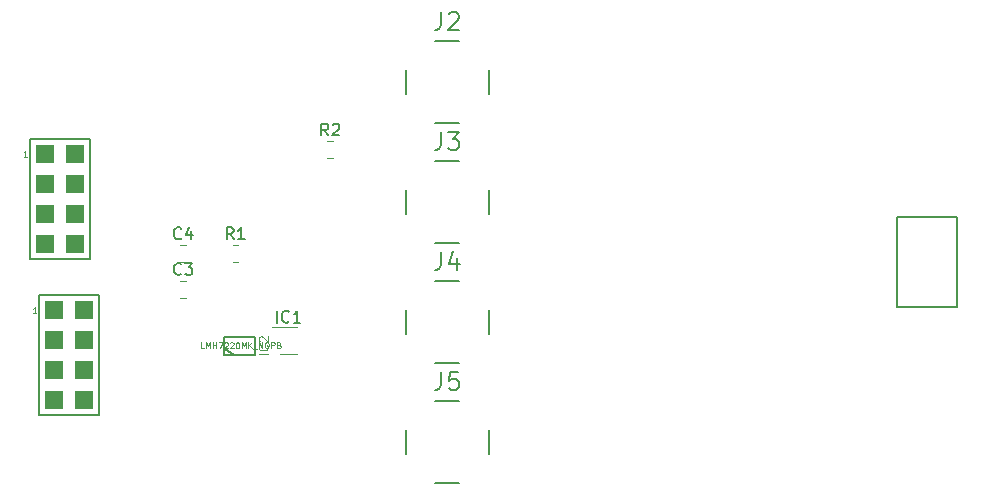
<source format=gbr>
%TF.GenerationSoftware,KiCad,Pcbnew,6.0.10+dfsg-1~bpo11+1*%
%TF.CreationDate,2023-02-14T10:11:28+00:00*%
%TF.ProjectId,ACOMP01,41434f4d-5030-4312-9e6b-696361645f70,rev?*%
%TF.SameCoordinates,Original*%
%TF.FileFunction,Legend,Top*%
%TF.FilePolarity,Positive*%
%FSLAX46Y46*%
G04 Gerber Fmt 4.6, Leading zero omitted, Abs format (unit mm)*
G04 Created by KiCad (PCBNEW 6.0.10+dfsg-1~bpo11+1) date 2023-02-14 10:11:28*
%MOMM*%
%LPD*%
G01*
G04 APERTURE LIST*
%ADD10C,0.050000*%
%ADD11C,0.150000*%
%ADD12C,0.076200*%
%ADD13C,0.120000*%
%ADD14R,1.524000X1.524000*%
G04 APERTURE END LIST*
D10*
%TO.C,J6*%
X-44942143Y10949810D02*
X-45227858Y10949810D01*
X-45085000Y10949810D02*
X-45085000Y11449810D01*
X-45132620Y11378381D01*
X-45180239Y11330762D01*
X-45227858Y11306953D01*
D11*
%TO.C,C4*%
X-32678667Y17286858D02*
X-32726286Y17239239D01*
X-32869143Y17191620D01*
X-32964381Y17191620D01*
X-33107239Y17239239D01*
X-33202477Y17334477D01*
X-33250096Y17429715D01*
X-33297715Y17620191D01*
X-33297715Y17763048D01*
X-33250096Y17953524D01*
X-33202477Y18048762D01*
X-33107239Y18144000D01*
X-32964381Y18191620D01*
X-32869143Y18191620D01*
X-32726286Y18144000D01*
X-32678667Y18096381D01*
X-31821524Y17858286D02*
X-31821524Y17191620D01*
X-32059620Y18239239D02*
X-32297715Y17524953D01*
X-31678667Y17524953D01*
D10*
%TO.C,J7*%
X-45730143Y24177810D02*
X-46015858Y24177810D01*
X-45873000Y24177810D02*
X-45873000Y24677810D01*
X-45920620Y24606381D01*
X-45968239Y24558762D01*
X-46015858Y24534953D01*
D11*
%TO.C,J2*%
X-10660000Y36401429D02*
X-10660000Y35330000D01*
X-10731429Y35115715D01*
X-10874286Y34972858D01*
X-11088572Y34901429D01*
X-11231429Y34901429D01*
X-10017143Y36258572D02*
X-9945715Y36330000D01*
X-9802858Y36401429D01*
X-9445715Y36401429D01*
X-9302858Y36330000D01*
X-9231429Y36258572D01*
X-9160000Y36115715D01*
X-9160000Y35972858D01*
X-9231429Y35758572D01*
X-10088572Y34901429D01*
X-9160000Y34901429D01*
%TO.C,J4*%
X-10660000Y16081429D02*
X-10660000Y15010000D01*
X-10731429Y14795715D01*
X-10874286Y14652858D01*
X-11088572Y14581429D01*
X-11231429Y14581429D01*
X-9302858Y15581429D02*
X-9302858Y14581429D01*
X-9660000Y16152858D02*
X-10017143Y15081429D01*
X-9088572Y15081429D01*
%TO.C,C3*%
X-32678667Y14276858D02*
X-32726286Y14229239D01*
X-32869143Y14181620D01*
X-32964381Y14181620D01*
X-33107239Y14229239D01*
X-33202477Y14324477D01*
X-33250096Y14419715D01*
X-33297715Y14610191D01*
X-33297715Y14753048D01*
X-33250096Y14943524D01*
X-33202477Y15038762D01*
X-33107239Y15134000D01*
X-32964381Y15181620D01*
X-32869143Y15181620D01*
X-32726286Y15134000D01*
X-32678667Y15086381D01*
X-32345334Y15181620D02*
X-31726286Y15181620D01*
X-32059620Y14800667D01*
X-31916762Y14800667D01*
X-31821524Y14753048D01*
X-31773905Y14705429D01*
X-31726286Y14610191D01*
X-31726286Y14372096D01*
X-31773905Y14276858D01*
X-31821524Y14229239D01*
X-31916762Y14181620D01*
X-32202477Y14181620D01*
X-32297715Y14229239D01*
X-32345334Y14276858D01*
%TO.C,R2*%
X-20238667Y25971620D02*
X-20572000Y26447810D01*
X-20810096Y25971620D02*
X-20810096Y26971620D01*
X-20429143Y26971620D01*
X-20333905Y26924000D01*
X-20286286Y26876381D01*
X-20238667Y26781143D01*
X-20238667Y26638286D01*
X-20286286Y26543048D01*
X-20333905Y26495429D01*
X-20429143Y26447810D01*
X-20810096Y26447810D01*
X-19857715Y26876381D02*
X-19810096Y26924000D01*
X-19714858Y26971620D01*
X-19476762Y26971620D01*
X-19381524Y26924000D01*
X-19333905Y26876381D01*
X-19286286Y26781143D01*
X-19286286Y26685905D01*
X-19333905Y26543048D01*
X-19905334Y25971620D01*
X-19286286Y25971620D01*
%TO.C,J5*%
X-10660000Y5921429D02*
X-10660000Y4850000D01*
X-10731429Y4635715D01*
X-10874286Y4492858D01*
X-11088572Y4421429D01*
X-11231429Y4421429D01*
X-9231429Y5921429D02*
X-9945715Y5921429D01*
X-10017143Y5207143D01*
X-9945715Y5278572D01*
X-9802858Y5350000D01*
X-9445715Y5350000D01*
X-9302858Y5278572D01*
X-9231429Y5207143D01*
X-9160000Y5064286D01*
X-9160000Y4707143D01*
X-9231429Y4564286D01*
X-9302858Y4492858D01*
X-9445715Y4421429D01*
X-9802858Y4421429D01*
X-9945715Y4492858D01*
X-10017143Y4564286D01*
%TO.C,J3*%
X-10660000Y26241429D02*
X-10660000Y25170000D01*
X-10731429Y24955715D01*
X-10874286Y24812858D01*
X-11088572Y24741429D01*
X-11231429Y24741429D01*
X-10088572Y26241429D02*
X-9160000Y26241429D01*
X-9660000Y25670000D01*
X-9445715Y25670000D01*
X-9302858Y25598572D01*
X-9231429Y25527143D01*
X-9160000Y25384286D01*
X-9160000Y25027143D01*
X-9231429Y24884286D01*
X-9302858Y24812858D01*
X-9445715Y24741429D01*
X-9874286Y24741429D01*
X-10017143Y24812858D01*
X-10088572Y24884286D01*
D12*
%TO.C,IC2*%
X-25344806Y7446763D02*
X-26106806Y7446763D01*
X-25417378Y8245049D02*
X-25381092Y8208763D01*
X-25344806Y8099906D01*
X-25344806Y8027335D01*
X-25381092Y7918478D01*
X-25453663Y7845906D01*
X-25526235Y7809620D01*
X-25671378Y7773335D01*
X-25780235Y7773335D01*
X-25925378Y7809620D01*
X-25997949Y7845906D01*
X-26070520Y7918478D01*
X-26106806Y8027335D01*
X-26106806Y8099906D01*
X-26070520Y8208763D01*
X-26034235Y8245049D01*
X-26034235Y8535335D02*
X-26070520Y8571620D01*
X-26106806Y8644192D01*
X-26106806Y8825620D01*
X-26070520Y8898192D01*
X-26034235Y8934478D01*
X-25961663Y8970763D01*
X-25889092Y8970763D01*
X-25780235Y8934478D01*
X-25344806Y8499049D01*
X-25344806Y8970763D01*
X-30722591Y7964258D02*
X-30960867Y7964258D01*
X-30960867Y8464638D01*
X-30555798Y7964258D02*
X-30555798Y8464638D01*
X-30389004Y8107224D01*
X-30222211Y8464638D01*
X-30222211Y7964258D01*
X-29983935Y7964258D02*
X-29983935Y8464638D01*
X-29983935Y8226362D02*
X-29698003Y8226362D01*
X-29698003Y7964258D02*
X-29698003Y8464638D01*
X-29507382Y8464638D02*
X-29173796Y8464638D01*
X-29388244Y7964258D01*
X-29007002Y8416983D02*
X-28983175Y8440810D01*
X-28935520Y8464638D01*
X-28816381Y8464638D01*
X-28768726Y8440810D01*
X-28744899Y8416983D01*
X-28721071Y8369328D01*
X-28721071Y8321672D01*
X-28744899Y8250190D01*
X-29030830Y7964258D01*
X-28721071Y7964258D01*
X-28530450Y8416983D02*
X-28506622Y8440810D01*
X-28458967Y8464638D01*
X-28339829Y8464638D01*
X-28292174Y8440810D01*
X-28268346Y8416983D01*
X-28244519Y8369328D01*
X-28244519Y8321672D01*
X-28268346Y8250190D01*
X-28554278Y7964258D01*
X-28244519Y7964258D01*
X-27934760Y8464638D02*
X-27887104Y8464638D01*
X-27839449Y8440810D01*
X-27815621Y8416983D01*
X-27791794Y8369328D01*
X-27767966Y8274017D01*
X-27767966Y8154879D01*
X-27791794Y8059569D01*
X-27815621Y8011913D01*
X-27839449Y7988086D01*
X-27887104Y7964258D01*
X-27934760Y7964258D01*
X-27982415Y7988086D01*
X-28006242Y8011913D01*
X-28030070Y8059569D01*
X-28053898Y8154879D01*
X-28053898Y8274017D01*
X-28030070Y8369328D01*
X-28006242Y8416983D01*
X-27982415Y8440810D01*
X-27934760Y8464638D01*
X-27553518Y7964258D02*
X-27553518Y8464638D01*
X-27386724Y8107224D01*
X-27219931Y8464638D01*
X-27219931Y7964258D01*
X-26981655Y7964258D02*
X-26981655Y8464638D01*
X-26695723Y7964258D02*
X-26910172Y8250190D01*
X-26695723Y8464638D02*
X-26981655Y8178707D01*
X-26600413Y7916603D02*
X-26219171Y7916603D01*
X-26100033Y7964258D02*
X-26100033Y8464638D01*
X-25814101Y7964258D01*
X-25814101Y8464638D01*
X-25480515Y8464638D02*
X-25385204Y8464638D01*
X-25337549Y8440810D01*
X-25289894Y8393155D01*
X-25266066Y8297845D01*
X-25266066Y8131051D01*
X-25289894Y8035741D01*
X-25337549Y7988086D01*
X-25385204Y7964258D01*
X-25480515Y7964258D01*
X-25528170Y7988086D01*
X-25575825Y8035741D01*
X-25599653Y8131051D01*
X-25599653Y8297845D01*
X-25575825Y8393155D01*
X-25528170Y8440810D01*
X-25480515Y8464638D01*
X-25051618Y7964258D02*
X-25051618Y8464638D01*
X-24860997Y8464638D01*
X-24813341Y8440810D01*
X-24789514Y8416983D01*
X-24765686Y8369328D01*
X-24765686Y8297845D01*
X-24789514Y8250190D01*
X-24813341Y8226362D01*
X-24860997Y8202534D01*
X-25051618Y8202534D01*
X-24384444Y8226362D02*
X-24312961Y8202534D01*
X-24289134Y8178707D01*
X-24265306Y8131051D01*
X-24265306Y8059569D01*
X-24289134Y8011913D01*
X-24312961Y7988086D01*
X-24360617Y7964258D01*
X-24551238Y7964258D01*
X-24551238Y8464638D01*
X-24384444Y8464638D01*
X-24336789Y8440810D01*
X-24312961Y8416983D01*
X-24289134Y8369328D01*
X-24289134Y8321672D01*
X-24312961Y8274017D01*
X-24336789Y8250190D01*
X-24384444Y8226362D01*
X-24551238Y8226362D01*
D11*
%TO.C,IC1*%
X-24598191Y10133620D02*
X-24598191Y11133620D01*
X-23550572Y10228858D02*
X-23598191Y10181239D01*
X-23741048Y10133620D01*
X-23836286Y10133620D01*
X-23979143Y10181239D01*
X-24074381Y10276477D01*
X-24122000Y10371715D01*
X-24169620Y10562191D01*
X-24169620Y10705048D01*
X-24122000Y10895524D01*
X-24074381Y10990762D01*
X-23979143Y11086000D01*
X-23836286Y11133620D01*
X-23741048Y11133620D01*
X-23598191Y11086000D01*
X-23550572Y11038381D01*
X-22598191Y10133620D02*
X-23169620Y10133620D01*
X-22883905Y10133620D02*
X-22883905Y11133620D01*
X-22979143Y10990762D01*
X-23074381Y10895524D01*
X-23169620Y10847905D01*
%TO.C,R1*%
X-28248667Y17191620D02*
X-28582000Y17667810D01*
X-28820096Y17191620D02*
X-28820096Y18191620D01*
X-28439143Y18191620D01*
X-28343905Y18144000D01*
X-28296286Y18096381D01*
X-28248667Y18001143D01*
X-28248667Y17858286D01*
X-28296286Y17763048D01*
X-28343905Y17715429D01*
X-28439143Y17667810D01*
X-28820096Y17667810D01*
X-27296286Y17191620D02*
X-27867715Y17191620D01*
X-27582000Y17191620D02*
X-27582000Y18191620D01*
X-27677239Y18048762D01*
X-27772477Y17953524D01*
X-27867715Y17905905D01*
%TO.C,J6*%
X-39624000Y2286000D02*
X-44704000Y2286000D01*
X-39624000Y12446000D02*
X-39624000Y2286000D01*
X-44704000Y2286000D02*
X-44704000Y12446000D01*
X-44704000Y12446000D02*
X-39624000Y12446000D01*
D13*
%TO.C,C4*%
X-32773252Y16699000D02*
X-32250748Y16699000D01*
X-32773252Y15229000D02*
X-32250748Y15229000D01*
D11*
%TO.C,J7*%
X-40412000Y25674000D02*
X-40412000Y15514000D01*
X-40412000Y15514000D02*
X-45492000Y15514000D01*
X-45492000Y15514000D02*
X-45492000Y25674000D01*
X-45492000Y25674000D02*
X-40412000Y25674000D01*
%TO.C,J2*%
X-6660000Y29464000D02*
X-6660000Y31496000D01*
X-13660000Y31496000D02*
X-13660000Y29464000D01*
X-9144000Y33980000D02*
X-11176000Y33980000D01*
X-11176000Y27005400D02*
X-9144000Y27005400D01*
%TO.C,J1*%
X33020000Y19050000D02*
X33020000Y11430000D01*
X27940000Y11430000D02*
X27940000Y19050000D01*
X27940000Y19050000D02*
X33020000Y19050000D01*
X33020000Y11430000D02*
X27940000Y11430000D01*
%TO.C,J4*%
X-9144000Y13660000D02*
X-11176000Y13660000D01*
X-11176000Y6685400D02*
X-9144000Y6685400D01*
X-6660000Y9144000D02*
X-6660000Y11176000D01*
X-13660000Y11176000D02*
X-13660000Y9144000D01*
D13*
%TO.C,C3*%
X-32773252Y13689000D02*
X-32250748Y13689000D01*
X-32773252Y12219000D02*
X-32250748Y12219000D01*
%TO.C,R2*%
X-20299064Y24039000D02*
X-19844936Y24039000D01*
X-20299064Y25509000D02*
X-19844936Y25509000D01*
D11*
%TO.C,J5*%
X-13660000Y1016000D02*
X-13660000Y-1016000D01*
X-11176000Y-3474600D02*
X-9144000Y-3474600D01*
X-9144000Y3500000D02*
X-11176000Y3500000D01*
X-6660000Y-1016000D02*
X-6660000Y1016000D01*
%TO.C,J3*%
X-13660000Y21336000D02*
X-13660000Y19304000D01*
X-11176000Y16845400D02*
X-9144000Y16845400D01*
X-9144000Y23820000D02*
X-11176000Y23820000D01*
X-6660000Y19304000D02*
X-6660000Y21336000D01*
%TO.C,IC2*%
X-26418500Y7428620D02*
X-29022000Y7428620D01*
X-26418500Y8952620D02*
X-26418500Y7428620D01*
X-29022000Y7428620D02*
X-29022000Y8952620D01*
X-28196500Y7428620D02*
X-28958500Y7936620D01*
X-29022000Y8952620D02*
X-26418500Y8952620D01*
D13*
%TO.C,IC1*%
X-24297000Y7476000D02*
X-22887000Y7476000D01*
X-22887000Y9796000D02*
X-24972000Y9796000D01*
%TO.C,R1*%
X-28309064Y16729000D02*
X-27854936Y16729000D01*
X-28309064Y15259000D02*
X-27854936Y15259000D01*
%TD*%
D14*
%TO.C,J6*%
X-43434000Y11176000D03*
X-40894000Y11176000D03*
X-43434000Y8636000D03*
X-40894000Y8636000D03*
X-43434000Y6096000D03*
X-40894000Y6096000D03*
X-43434000Y3556000D03*
X-40894000Y3556000D03*
%TD*%
%TO.C,J7*%
X-44222000Y24404000D03*
X-41682000Y24404000D03*
X-44222000Y21864000D03*
X-41682000Y21864000D03*
X-44222000Y19324000D03*
X-41682000Y19324000D03*
X-44222000Y16784000D03*
X-41682000Y16784000D03*
%TD*%
M02*

</source>
